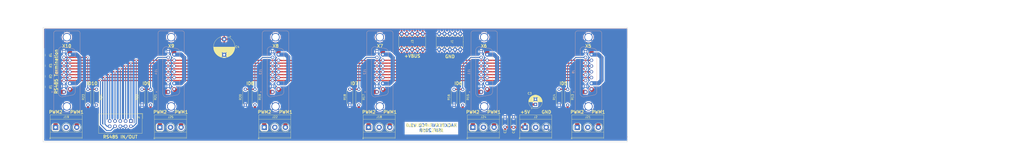
<source format=kicad_pcb>
(kicad_pcb (version 20171130) (host pcbnew "(5.0.0-rc2-dev-444-g2974a2c10)")
  (layers (0 F.Cu signal) (31 B.Cu signal) (34 B.Paste user) (35 F.Paste user) (36 B.SilkS user) (37 F.SilkS user) (38 B.Mask user) (39 F.Mask user) (44 Edge.Cuts user))
  (net 0 "")
  (net 1 /RESET_A)
  (net 2 /RESET_B)
  (net 3 /SYNC_A)
  (net 4 /SYNC_B)
  (net 5 /TX_A)
  (net 6 /TX_B)
  (net 7 /RX_A)
  (net 8 /RX_B)
  (net 9 GND)
  (net 10 +15V)
  (net 11 "Net-(J2-Pad2)")
  (net 12 +5V)
  (net 13 /PWMO2_5)
  (net 14 /ID_5)
  (net 15 /PWMO1_5)
  (net 16 /PWMO1_6)
  (net 17 /ID_6)
  (net 18 /PWMO2_6)
  (net 19 /PWMO2_7)
  (net 20 /ID_7)
  (net 21 /PWMO1_7)
  (net 22 /PWMO1_8)
  (net 23 /ID_8)
  (net 24 /PWMO2_8)
  (net 25 /PWMO2_9)
  (net 26 /ID_9)
  (net 27 /PWMO1_9)
  (net 28 /PWMO2_10)
  (net 29 /ID_10)
  (net 30 /PWMO1_10)
  (net 31 "Net-(J18-Pad2)")
  (net 32 "Net-(J19-Pad2)")
  (net 33 "Net-(J21-Pad2)")
  (net 34 "Net-(J22-Pad2)")
  (net 35 "Net-(J24-Pad2)")
  (net 36 "Net-(J25-Pad2)")
  (module Package_DIP:DIP-10_W7.62mm (layer F.Cu) (at 260 179 270)
    (fp_text reference J1 (at 3.81 4 270) (layer F.SilkS))
    (fp_text value PowerBug_GND)
    (pad 1 thru_hole oval (at 0 0 270) (size 2.4 1.6) (drill 1) (layers *.Cu *.Mask) (net 9 GND))
    (pad 6 thru_hole oval (at 7.62 10.16 270) (size 2.4 1.6) (drill 1) (layers *.Cu *.Mask) (net 9 GND))
    (pad 2 thru_hole oval (at 0 2.54 270) (size 2.4 1.6) (drill 1) (layers *.Cu *.Mask) (net 9 GND))
    (pad 7 thru_hole oval (at 7.62 7.62 270) (size 2.4 1.6) (drill 1) (layers *.Cu *.Mask) (net 9 GND))
    (pad 3 thru_hole oval (at 0 5.08 270) (size 2.4 1.6) (drill 1) (layers *.Cu *.Mask) (net 9 GND))
    (pad 8 thru_hole oval (at 7.62 5.08 270) (size 2.4 1.6) (drill 1) (layers *.Cu *.Mask) (net 9 GND))
    (pad 4 thru_hole oval (at 0 7.62 270) (size 2.4 1.6) (drill 1) (layers *.Cu *.Mask) (net 9 GND))
    (pad 9 thru_hole oval (at 7.62 2.54 270) (size 2.4 1.6) (drill 1) (layers *.Cu *.Mask) (net 9 GND))
    (pad 5 thru_hole oval (at 0 10.16 270) (size 2.4 1.6) (drill 1) (layers *.Cu *.Mask) (net 9 GND))
    (pad 10 thru_hole oval (at 7.62 0 270) (size 2.4 1.6) (drill 1) (layers *.Cu *.Mask) (net 9 GND))
  )
  (module Package_DIP:DIP-10_W7.62mm (layer F.Cu) (at 242 179 270)
    (fp_text reference J3 (at 3.81 5 270) (layer F.SilkS))
    (fp_text value PowerBug+17V)
    (pad 10 thru_hole oval (at 7.62 0 270) (size 2.4 1.6) (drill 1) (layers *.Cu *.Mask) (net 10 +15V))
    (pad 5 thru_hole oval (at 0 10.16 270) (size 2.4 1.6) (drill 1) (layers *.Cu *.Mask) (net 10 +15V))
    (pad 9 thru_hole oval (at 7.62 2.54 270) (size 2.4 1.6) (drill 1) (layers *.Cu *.Mask) (net 10 +15V))
    (pad 4 thru_hole oval (at 0 7.62 270) (size 2.4 1.6) (drill 1) (layers *.Cu *.Mask) (net 10 +15V))
    (pad 8 thru_hole oval (at 7.62 5.08 270) (size 2.4 1.6) (drill 1) (layers *.Cu *.Mask) (net 10 +15V))
    (pad 3 thru_hole oval (at 0 5.08 270) (size 2.4 1.6) (drill 1) (layers *.Cu *.Mask) (net 10 +15V))
    (pad 7 thru_hole oval (at 7.62 7.62 270) (size 2.4 1.6) (drill 1) (layers *.Cu *.Mask) (net 10 +15V))
    (pad 2 thru_hole oval (at 0 2.54 270) (size 2.4 1.6) (drill 1) (layers *.Cu *.Mask) (net 10 +15V))
    (pad 6 thru_hole oval (at 7.62 10.16 270) (size 2.4 1.6) (drill 1) (layers *.Cu *.Mask) (net 10 +15V))
    (pad 1 thru_hole oval (at 0 0 270) (size 2.4 1.6) (drill 1) (layers *.Cu *.Mask) (net 10 +15V))
  )
  (module Connector_Dsub:DSUB-15_Female_Vertical_P2.77x2.84mm_MountingHoles (layer B.Cu) (at 70 207 270)
    (fp_text reference J15 (at -9.7024 3.5282 270) (layer B.SilkS) (effects (justify mirror)))
    (fp_text value DB15_Female_MountingHoles)
    (pad 1 thru_hole rect (at 0 0 270) (size 1.6 1.6) (drill 1) (layers *.Cu *.Mask) (net 28 /PWMO2_10))
    (pad 2 thru_hole circle (at -2.77 0 270) (size 1.6 1.6) (drill 1) (layers *.Cu *.Mask) (net 9 GND))
    (pad 3 thru_hole circle (at -5.54 0 270) (size 1.6 1.6) (drill 1) (layers *.Cu *.Mask) (net 8 /RX_B))
    (pad 4 thru_hole circle (at -8.31 0 270) (size 1.6 1.6) (drill 1) (layers *.Cu *.Mask) (net 6 /TX_B))
    (pad 5 thru_hole circle (at -11.08 0 270) (size 1.6 1.6) (drill 1) (layers *.Cu *.Mask) (net 4 /SYNC_B))
    (pad 6 thru_hole circle (at -13.85 0 270) (size 1.6 1.6) (drill 1) (layers *.Cu *.Mask) (net 2 /RESET_B))
    (pad 7 thru_hole circle (at -16.62 0 270) (size 1.6 1.6) (drill 1) (layers *.Cu *.Mask) (net 29 /ID_10))
    (pad 8 thru_hole circle (at -19.39 0 270) (size 1.6 1.6) (drill 1) (layers *.Cu *.Mask) (net 9 GND))
    (pad 9 thru_hole circle (at -1.385 -2.84 270) (size 1.6 1.6) (drill 1) (layers *.Cu *.Mask) (net 30 /PWMO1_10))
    (pad 10 thru_hole circle (at -4.155 -2.84 270) (size 1.6 1.6) (drill 1) (layers *.Cu *.Mask) (net 10 +15V))
    (pad 11 thru_hole circle (at -6.925 -2.84 270) (size 1.6 1.6) (drill 1) (layers *.Cu *.Mask) (net 7 /RX_A))
    (pad 12 thru_hole circle (at -9.695 -2.84 270) (size 1.6 1.6) (drill 1) (layers *.Cu *.Mask) (net 5 /TX_A))
    (pad 13 thru_hole circle (at -12.465 -2.84 270) (size 1.6 1.6) (drill 1) (layers *.Cu *.Mask) (net 3 /SYNC_A))
    (pad 14 thru_hole circle (at -15.235 -2.84 270) (size 1.6 1.6) (drill 1) (layers *.Cu *.Mask) (net 1 /RESET_A))
    (pad 15 thru_hole circle (at -18.005 -2.84 270) (size 1.6 1.6) (drill 1) (layers *.Cu *.Mask) (net 10 +15V))
    (pad 0 thru_hole circle (at -26.345 -1.42 270) (size 4 4) (drill 3.2) (layers *.Cu *.Mask) (net 9 GND))
    (pad 0 thru_hole circle (at 6.955 -1.42 270) (size 4 4) (drill 3.2) (layers *.Cu *.Mask) (net 9 GND))
  )
  (module TerminalBlock_Phoenix:TerminalBlock_Phoenix_MKDS-3-3-5.08_1x03_P5.08mm_Horizontal (layer F.Cu) (at 291 224)
    (fp_text reference J2 (at 5.08 -4.946) (layer F.SilkS))
    (fp_text value Conn_01x03)
    (pad 3 thru_hole circle (at 10.16 0) (size 2.6 2.6) (drill 1.3) (layers *.Cu *.Mask) (net 9 GND))
    (pad 2 thru_hole circle (at 5.08 0) (size 2.6 2.6) (drill 1.3) (layers *.Cu *.Mask) (net 11 "Net-(J2-Pad2)"))
    (pad 1 thru_hole rect (at 0 0) (size 2.6 2.6) (drill 1.3) (layers *.Cu *.Mask) (net 12 +5V))
  )
  (module Connector_IDC:IDC-Header_2x05_P2.54mm_Vertical (layer F.Cu) (at 102.108 220.98 270)
    (fp_text reference J4 (at -1.73 -3.556) (layer F.SilkS))
    (fp_text value Conn_02x05_Odd_Even)
    (pad 1 thru_hole rect (at 0 0 270) (size 1.7272 1.7272) (drill 1.016) (layers *.Cu *.Mask) (net 2 /RESET_B))
    (pad 2 thru_hole oval (at 2.54 0 270) (size 1.7272 1.7272) (drill 1.016) (layers *.Cu *.Mask) (net 1 /RESET_A))
    (pad 3 thru_hole oval (at 0 2.54 270) (size 1.7272 1.7272) (drill 1.016) (layers *.Cu *.Mask) (net 3 /SYNC_A))
    (pad 4 thru_hole oval (at 2.54 2.54 270) (size 1.7272 1.7272) (drill 1.016) (layers *.Cu *.Mask) (net 9 GND))
    (pad 5 thru_hole oval (at 0 5.08 270) (size 1.7272 1.7272) (drill 1.016) (layers *.Cu *.Mask) (net 4 /SYNC_B))
    (pad 6 thru_hole oval (at 2.54 5.08 270) (size 1.7272 1.7272) (drill 1.016) (layers *.Cu *.Mask) (net 9 GND))
    (pad 7 thru_hole oval (at 0 7.62 270) (size 1.7272 1.7272) (drill 1.016) (layers *.Cu *.Mask) (net 5 /TX_A))
    (pad 8 thru_hole oval (at 2.54 7.62 270) (size 1.7272 1.7272) (drill 1.016) (layers *.Cu *.Mask) (net 8 /RX_B))
    (pad 9 thru_hole oval (at 0 10.16 270) (size 1.7272 1.7272) (drill 1.016) (layers *.Cu *.Mask) (net 6 /TX_B))
    (pad 10 thru_hole oval (at 2.54 10.16 270) (size 1.7272 1.7272) (drill 1.016) (layers *.Cu *.Mask) (net 7 /RX_A))
  )
  (module Connector_Dsub:DSUB-15_Female_Vertical_P2.77x2.84mm_MountingHoles (layer B.Cu) (at 320 207 270)
    (fp_text reference J9 (at -9.695 5.89 270) (layer B.SilkS) (effects (justify mirror)))
    (fp_text value DB15_Female_MountingHoles)
    (pad 1 thru_hole rect (at 0 0 270) (size 1.6 1.6) (drill 1) (layers *.Cu *.Mask) (net 13 /PWMO2_5))
    (pad 2 thru_hole circle (at -2.77 0 270) (size 1.6 1.6) (drill 1) (layers *.Cu *.Mask) (net 9 GND))
    (pad 3 thru_hole circle (at -5.54 0 270) (size 1.6 1.6) (drill 1) (layers *.Cu *.Mask) (net 8 /RX_B))
    (pad 4 thru_hole circle (at -8.31 0 270) (size 1.6 1.6) (drill 1) (layers *.Cu *.Mask) (net 6 /TX_B))
    (pad 5 thru_hole circle (at -11.08 0 270) (size 1.6 1.6) (drill 1) (layers *.Cu *.Mask) (net 4 /SYNC_B))
    (pad 6 thru_hole circle (at -13.85 0 270) (size 1.6 1.6) (drill 1) (layers *.Cu *.Mask) (net 2 /RESET_B))
    (pad 7 thru_hole circle (at -16.62 0 270) (size 1.6 1.6) (drill 1) (layers *.Cu *.Mask) (net 14 /ID_5))
    (pad 8 thru_hole circle (at -19.39 0 270) (size 1.6 1.6) (drill 1) (layers *.Cu *.Mask) (net 9 GND))
    (pad 9 thru_hole circle (at -1.385 -2.84 270) (size 1.6 1.6) (drill 1) (layers *.Cu *.Mask) (net 15 /PWMO1_5))
    (pad 10 thru_hole circle (at -4.155 -2.84 270) (size 1.6 1.6) (drill 1) (layers *.Cu *.Mask) (net 10 +15V))
    (pad 11 thru_hole circle (at -6.925 -2.84 270) (size 1.6 1.6) (drill 1) (layers *.Cu *.Mask) (net 7 /RX_A))
    (pad 12 thru_hole circle (at -9.695 -2.84 270) (size 1.6 1.6) (drill 1) (layers *.Cu *.Mask) (net 5 /TX_A))
    (pad 13 thru_hole circle (at -12.465 -2.84 270) (size 1.6 1.6) (drill 1) (layers *.Cu *.Mask) (net 3 /SYNC_A))
    (pad 14 thru_hole circle (at -15.235 -2.84 270) (size 1.6 1.6) (drill 1) (layers *.Cu *.Mask) (net 1 /RESET_A))
    (pad 15 thru_hole circle (at -18.005 -2.84 270) (size 1.6 1.6) (drill 1) (layers *.Cu *.Mask) (net 10 +15V))
    (pad 0 thru_hole circle (at -26.345 -1.42 270) (size 4 4) (drill 3.2) (layers *.Cu *.Mask) (net 9 GND))
    (pad 0 thru_hole circle (at 6.955 -1.42 270) (size 4 4) (drill 3.2) (layers *.Cu *.Mask) (net 9 GND))
  )
  (module Connector_Dsub:DSUB-15_Female_Vertical_P2.77x2.84mm_MountingHoles (layer B.Cu) (at 270 207 270)
    (fp_text reference J11 (at -9.695 5.89 270) (layer B.SilkS) (effects (justify mirror)))
    (fp_text value DB15_Female_MountingHoles)
    (pad 0 thru_hole circle (at 6.955 -1.42 270) (size 4 4) (drill 3.2) (layers *.Cu *.Mask) (net 9 GND))
    (pad 0 thru_hole circle (at -26.345 -1.42 270) (size 4 4) (drill 3.2) (layers *.Cu *.Mask) (net 9 GND))
    (pad 15 thru_hole circle (at -18.005 -2.84 270) (size 1.6 1.6) (drill 1) (layers *.Cu *.Mask) (net 10 +15V))
    (pad 14 thru_hole circle (at -15.235 -2.84 270) (size 1.6 1.6) (drill 1) (layers *.Cu *.Mask) (net 1 /RESET_A))
    (pad 13 thru_hole circle (at -12.465 -2.84 270) (size 1.6 1.6) (drill 1) (layers *.Cu *.Mask) (net 3 /SYNC_A))
    (pad 12 thru_hole circle (at -9.695 -2.84 270) (size 1.6 1.6) (drill 1) (layers *.Cu *.Mask) (net 5 /TX_A))
    (pad 11 thru_hole circle (at -6.925 -2.84 270) (size 1.6 1.6) (drill 1) (layers *.Cu *.Mask) (net 7 /RX_A))
    (pad 10 thru_hole circle (at -4.155 -2.84 270) (size 1.6 1.6) (drill 1) (layers *.Cu *.Mask) (net 10 +15V))
    (pad 9 thru_hole circle (at -1.385 -2.84 270) (size 1.6 1.6) (drill 1) (layers *.Cu *.Mask) (net 16 /PWMO1_6))
    (pad 8 thru_hole circle (at -19.39 0 270) (size 1.6 1.6) (drill 1) (layers *.Cu *.Mask) (net 9 GND))
    (pad 7 thru_hole circle (at -16.62 0 270) (size 1.6 1.6) (drill 1) (layers *.Cu *.Mask) (net 17 /ID_6))
    (pad 6 thru_hole circle (at -13.85 0 270) (size 1.6 1.6) (drill 1) (layers *.Cu *.Mask) (net 2 /RESET_B))
    (pad 5 thru_hole circle (at -11.08 0 270) (size 1.6 1.6) (drill 1) (layers *.Cu *.Mask) (net 4 /SYNC_B))
    (pad 4 thru_hole circle (at -8.31 0 270) (size 1.6 1.6) (drill 1) (layers *.Cu *.Mask) (net 6 /TX_B))
    (pad 3 thru_hole circle (at -5.54 0 270) (size 1.6 1.6) (drill 1) (layers *.Cu *.Mask) (net 8 /RX_B))
    (pad 2 thru_hole circle (at -2.77 0 270) (size 1.6 1.6) (drill 1) (layers *.Cu *.Mask) (net 9 GND))
    (pad 1 thru_hole rect (at 0 0 270) (size 1.6 1.6) (drill 1) (layers *.Cu *.Mask) (net 18 /PWMO2_6))
  )
  (module Connector_Dsub:DSUB-15_Female_Vertical_P2.77x2.84mm_MountingHoles (layer B.Cu) (at 220 207 270)
    (fp_text reference J12 (at -9.695 5.89 270) (layer B.SilkS) (effects (justify mirror)))
    (fp_text value DB15_Female_MountingHoles)
    (pad 1 thru_hole rect (at 0 0 270) (size 1.6 1.6) (drill 1) (layers *.Cu *.Mask) (net 19 /PWMO2_7))
    (pad 2 thru_hole circle (at -2.77 0 270) (size 1.6 1.6) (drill 1) (layers *.Cu *.Mask) (net 9 GND))
    (pad 3 thru_hole circle (at -5.54 0 270) (size 1.6 1.6) (drill 1) (layers *.Cu *.Mask) (net 8 /RX_B))
    (pad 4 thru_hole circle (at -8.31 0 270) (size 1.6 1.6) (drill 1) (layers *.Cu *.Mask) (net 6 /TX_B))
    (pad 5 thru_hole circle (at -11.08 0 270) (size 1.6 1.6) (drill 1) (layers *.Cu *.Mask) (net 4 /SYNC_B))
    (pad 6 thru_hole circle (at -13.85 0 270) (size 1.6 1.6) (drill 1) (layers *.Cu *.Mask) (net 2 /RESET_B))
    (pad 7 thru_hole circle (at -16.62 0 270) (size 1.6 1.6) (drill 1) (layers *.Cu *.Mask) (net 20 /ID_7))
    (pad 8 thru_hole circle (at -19.39 0 270) (size 1.6 1.6) (drill 1) (layers *.Cu *.Mask) (net 9 GND))
    (pad 9 thru_hole circle (at -1.385 -2.84 270) (size 1.6 1.6) (drill 1) (layers *.Cu *.Mask) (net 21 /PWMO1_7))
    (pad 10 thru_hole circle (at -4.155 -2.84 270) (size 1.6 1.6) (drill 1) (layers *.Cu *.Mask) (net 10 +15V))
    (pad 11 thru_hole circle (at -6.925 -2.84 270) (size 1.6 1.6) (drill 1) (layers *.Cu *.Mask) (net 7 /RX_A))
    (pad 12 thru_hole circle (at -9.695 -2.84 270) (size 1.6 1.6) (drill 1) (layers *.Cu *.Mask) (net 5 /TX_A))
    (pad 13 thru_hole circle (at -12.465 -2.84 270) (size 1.6 1.6) (drill 1) (layers *.Cu *.Mask) (net 3 /SYNC_A))
    (pad 14 thru_hole circle (at -15.235 -2.84 270) (size 1.6 1.6) (drill 1) (layers *.Cu *.Mask) (net 1 /RESET_A))
    (pad 15 thru_hole circle (at -18.005 -2.84 270) (size 1.6 1.6) (drill 1) (layers *.Cu *.Mask) (net 10 +15V))
    (pad 0 thru_hole circle (at -26.345 -1.42 270) (size 4 4) (drill 3.2) (layers *.Cu *.Mask) (net 9 GND))
    (pad 0 thru_hole circle (at 6.955 -1.42 270) (size 4 4) (drill 3.2) (layers *.Cu *.Mask) (net 9 GND))
  )
  (module Connector_Dsub:DSUB-15_Female_Vertical_P2.77x2.84mm_MountingHoles (layer B.Cu) (at 170 207 270)
    (fp_text reference J13 (at -9.695 5.89 270) (layer B.SilkS) (effects (justify mirror)))
    (fp_text value DB15_Female_MountingHoles)
    (pad 0 thru_hole circle (at 6.955 -1.42 270) (size 4 4) (drill 3.2) (layers *.Cu *.Mask) (net 9 GND))
    (pad 0 thru_hole circle (at -26.345 -1.42 270) (size 4 4) (drill 3.2) (layers *.Cu *.Mask) (net 9 GND))
    (pad 15 thru_hole circle (at -18.005 -2.84 270) (size 1.6 1.6) (drill 1) (layers *.Cu *.Mask) (net 10 +15V))
    (pad 14 thru_hole circle (at -15.235 -2.84 270) (size 1.6 1.6) (drill 1) (layers *.Cu *.Mask) (net 1 /RESET_A))
    (pad 13 thru_hole circle (at -12.465 -2.84 270) (size 1.6 1.6) (drill 1) (layers *.Cu *.Mask) (net 3 /SYNC_A))
    (pad 12 thru_hole circle (at -9.695 -2.84 270) (size 1.6 1.6) (drill 1) (layers *.Cu *.Mask) (net 5 /TX_A))
    (pad 11 thru_hole circle (at -6.925 -2.84 270) (size 1.6 1.6) (drill 1) (layers *.Cu *.Mask) (net 7 /RX_A))
    (pad 10 thru_hole circle (at -4.155 -2.84 270) (size 1.6 1.6) (drill 1) (layers *.Cu *.Mask) (net 10 +15V))
    (pad 9 thru_hole circle (at -1.385 -2.84 270) (size 1.6 1.6) (drill 1) (layers *.Cu *.Mask) (net 22 /PWMO1_8))
    (pad 8 thru_hole circle (at -19.39 0 270) (size 1.6 1.6) (drill 1) (layers *.Cu *.Mask) (net 9 GND))
    (pad 7 thru_hole circle (at -16.62 0 270) (size 1.6 1.6) (drill 1) (layers *.Cu *.Mask) (net 23 /ID_8))
    (pad 6 thru_hole circle (at -13.85 0 270) (size 1.6 1.6) (drill 1) (layers *.Cu *.Mask) (net 2 /RESET_B))
    (pad 5 thru_hole circle (at -11.08 0 270) (size 1.6 1.6) (drill 1) (layers *.Cu *.Mask) (net 4 /SYNC_B))
    (pad 4 thru_hole circle (at -8.31 0 270) (size 1.6 1.6) (drill 1) (layers *.Cu *.Mask) (net 6 /TX_B))
    (pad 3 thru_hole circle (at -5.54 0 270) (size 1.6 1.6) (drill 1) (layers *.Cu *.Mask) (net 8 /RX_B))
    (pad 2 thru_hole circle (at -2.77 0 270) (size 1.6 1.6) (drill 1) (layers *.Cu *.Mask) (net 9 GND))
    (pad 1 thru_hole rect (at 0 0 270) (size 1.6 1.6) (drill 1) (layers *.Cu *.Mask) (net 24 /PWMO2_8))
  )
  (module Connector_Dsub:DSUB-15_Female_Vertical_P2.77x2.84mm_MountingHoles (layer B.Cu) (at 120 207 270)
    (fp_text reference J14 (at -9.695 5.89 270) (layer B.SilkS) (effects (justify mirror)))
    (fp_text value DB15_Female_MountingHoles)
    (pad 1 thru_hole rect (at 0 0 270) (size 1.6 1.6) (drill 1) (layers *.Cu *.Mask) (net 25 /PWMO2_9))
    (pad 2 thru_hole circle (at -2.77 0 270) (size 1.6 1.6) (drill 1) (layers *.Cu *.Mask) (net 9 GND))
    (pad 3 thru_hole circle (at -5.54 0 270) (size 1.6 1.6) (drill 1) (layers *.Cu *.Mask) (net 8 /RX_B))
    (pad 4 thru_hole circle (at -8.31 0 270) (size 1.6 1.6) (drill 1) (layers *.Cu *.Mask) (net 6 /TX_B))
    (pad 5 thru_hole circle (at -11.08 0 270) (size 1.6 1.6) (drill 1) (layers *.Cu *.Mask) (net 4 /SYNC_B))
    (pad 6 thru_hole circle (at -13.85 0 270) (size 1.6 1.6) (drill 1) (layers *.Cu *.Mask) (net 2 /RESET_B))
    (pad 7 thru_hole circle (at -16.62 0 270) (size 1.6 1.6) (drill 1) (layers *.Cu *.Mask) (net 26 /ID_9))
    (pad 8 thru_hole circle (at -19.39 0 270) (size 1.6 1.6) (drill 1) (layers *.Cu *.Mask) (net 9 GND))
    (pad 9 thru_hole circle (at -1.385 -2.84 270) (size 1.6 1.6) (drill 1) (layers *.Cu *.Mask) (net 27 /PWMO1_9))
    (pad 10 thru_hole circle (at -4.155 -2.84 270) (size 1.6 1.6) (drill 1) (layers *.Cu *.Mask) (net 10 +15V))
    (pad 11 thru_hole circle (at -6.925 -2.84 270) (size 1.6 1.6) (drill 1) (layers *.Cu *.Mask) (net 7 /RX_A))
    (pad 12 thru_hole circle (at -9.695 -2.84 270) (size 1.6 1.6) (drill 1) (layers *.Cu *.Mask) (net 5 /TX_A))
    (pad 13 thru_hole circle (at -12.465 -2.84 270) (size 1.6 1.6) (drill 1) (layers *.Cu *.Mask) (net 3 /SYNC_A))
    (pad 14 thru_hole circle (at -15.235 -2.84 270) (size 1.6 1.6) (drill 1) (layers *.Cu *.Mask) (net 1 /RESET_A))
    (pad 15 thru_hole circle (at -18.005 -2.84 270) (size 1.6 1.6) (drill 1) (layers *.Cu *.Mask) (net 10 +15V))
    (pad 0 thru_hole circle (at -26.345 -1.42 270) (size 4 4) (drill 3.2) (layers *.Cu *.Mask) (net 9 GND))
    (pad 0 thru_hole circle (at 6.955 -1.42 270) (size 4 4) (drill 3.2) (layers *.Cu *.Mask) (net 9 GND))
  )
  (module TerminalBlock_Phoenix:TerminalBlock_Phoenix_MKDS-3-3-5.08_1x03_P5.08mm_Horizontal (layer F.Cu) (at 216 224)
    (fp_text reference J18 (at 5.08 -4.946) (layer F.SilkS))
    (fp_text value Conn_01x03)
    (pad 1 thru_hole rect (at 0 0) (size 2.6 2.6) (drill 1.3) (layers *.Cu *.Mask) (net 19 /PWMO2_7))
    (pad 2 thru_hole circle (at 5.08 0) (size 2.6 2.6) (drill 1.3) (layers *.Cu *.Mask) (net 31 "Net-(J18-Pad2)"))
    (pad 3 thru_hole circle (at 10.16 0) (size 2.6 2.6) (drill 1.3) (layers *.Cu *.Mask) (net 21 /PWMO1_7))
  )
  (module TerminalBlock_Phoenix:TerminalBlock_Phoenix_MKDS-3-3-5.08_1x03_P5.08mm_Horizontal (layer F.Cu) (at 66 224)
    (fp_text reference J19 (at 5.08 -4.946) (layer F.SilkS))
    (fp_text value Conn_01x03)
    (pad 1 thru_hole rect (at 0 0) (size 2.6 2.6) (drill 1.3) (layers *.Cu *.Mask) (net 28 /PWMO2_10))
    (pad 2 thru_hole circle (at 5.08 0) (size 2.6 2.6) (drill 1.3) (layers *.Cu *.Mask) (net 32 "Net-(J19-Pad2)"))
    (pad 3 thru_hole circle (at 10.16 0) (size 2.6 2.6) (drill 1.3) (layers *.Cu *.Mask) (net 30 /PWMO1_10))
  )
  (module TerminalBlock_Phoenix:TerminalBlock_Phoenix_MKDS-3-3-5.08_1x03_P5.08mm_Horizontal (layer F.Cu) (at 316 224)
    (fp_text reference J21 (at 5.08 -4.946) (layer F.SilkS))
    (fp_text value Conn_01x03)
    (pad 1 thru_hole rect (at 0 0) (size 2.6 2.6) (drill 1.3) (layers *.Cu *.Mask) (net 13 /PWMO2_5))
    (pad 2 thru_hole circle (at 5.08 0) (size 2.6 2.6) (drill 1.3) (layers *.Cu *.Mask) (net 33 "Net-(J21-Pad2)"))
    (pad 3 thru_hole circle (at 10.16 0) (size 2.6 2.6) (drill 1.3) (layers *.Cu *.Mask) (net 15 /PWMO1_5))
  )
  (module TerminalBlock_Phoenix:TerminalBlock_Phoenix_MKDS-3-3-5.08_1x03_P5.08mm_Horizontal (layer F.Cu) (at 166 224)
    (fp_text reference J22 (at 5.08 -4.946) (layer F.SilkS))
    (fp_text value Conn_01x03)
    (pad 1 thru_hole rect (at 0 0) (size 2.6 2.6) (drill 1.3) (layers *.Cu *.Mask) (net 24 /PWMO2_8))
    (pad 2 thru_hole circle (at 5.08 0) (size 2.6 2.6) (drill 1.3) (layers *.Cu *.Mask) (net 34 "Net-(J22-Pad2)"))
    (pad 3 thru_hole circle (at 10.16 0) (size 2.6 2.6) (drill 1.3) (layers *.Cu *.Mask) (net 22 /PWMO1_8))
  )
  (module TerminalBlock_Phoenix:TerminalBlock_Phoenix_MKDS-3-3-5.08_1x03_P5.08mm_Horizontal (layer F.Cu) (at 266 224)
    (fp_text reference J24 (at 5.08 -4.946) (layer F.SilkS))
    (fp_text value Conn_01x03)
    (pad 3 thru_hole circle (at 10.16 0) (size 2.6 2.6) (drill 1.3) (layers *.Cu *.Mask) (net 16 /PWMO1_6))
    (pad 2 thru_hole circle (at 5.08 0) (size 2.6 2.6) (drill 1.3) (layers *.Cu *.Mask) (net 35 "Net-(J24-Pad2)"))
    (pad 1 thru_hole rect (at 0 0) (size 2.6 2.6) (drill 1.3) (layers *.Cu *.Mask) (net 18 /PWMO2_6))
  )
  (module TerminalBlock_Phoenix:TerminalBlock_Phoenix_MKDS-3-3-5.08_1x03_P5.08mm_Horizontal (layer F.Cu) (at 116 224)
    (fp_text reference J25 (at 5.158 -4.946) (layer F.SilkS))
    (fp_text value Conn_01x03)
    (pad 3 thru_hole circle (at 10.16 0) (size 2.6 2.6) (drill 1.3) (layers *.Cu *.Mask) (net 27 /PWMO1_9))
    (pad 2 thru_hole circle (at 5.08 0) (size 2.6 2.6) (drill 1.3) (layers *.Cu *.Mask) (net 36 "Net-(J25-Pad2)"))
    (pad 1 thru_hole rect (at 0 0) (size 2.6 2.6) (drill 1.3) (layers *.Cu *.Mask) (net 25 /PWMO2_9))
  )
  (module Resistor_THT:R_Axial_DIN0207_L6.3mm_D2.5mm_P7.62mm_Horizontal (layer F.Cu) (at 311.404 205.694 270)
    (fp_text reference R13 (at 3.81 -2.37 270) (layer F.SilkS))
    (fp_text value R)
    (pad 2 thru_hole oval (at 7.62 0 270) (size 1.6 1.6) (drill 0.8) (layers *.Cu *.Mask) (net 12 +5V))
    (pad 1 thru_hole circle (at 0 0 270) (size 1.6 1.6) (drill 0.8) (layers *.Cu *.Mask) (net 14 /ID_5))
  )
  (module Resistor_THT:R_Axial_DIN0207_L6.3mm_D2.5mm_P7.62mm_Horizontal (layer F.Cu) (at 307.34 213.314 90)
    (fp_text reference R14 (at 3.81 -2.37 90) (layer F.SilkS))
    (fp_text value R)
    (pad 2 thru_hole oval (at 7.62 0 90) (size 1.6 1.6) (drill 0.8) (layers *.Cu *.Mask) (net 14 /ID_5))
    (pad 1 thru_hole circle (at 0 0 90) (size 1.6 1.6) (drill 0.8) (layers *.Cu *.Mask) (net 9 GND))
  )
  (module Resistor_THT:R_Axial_DIN0207_L6.3mm_D2.5mm_P7.62mm_Horizontal (layer F.Cu) (at 261.112 205.74 270)
    (fp_text reference R15 (at 3.81 -2.54 270) (layer F.SilkS))
    (fp_text value R)
    (pad 1 thru_hole circle (at 0 0 270) (size 1.6 1.6) (drill 0.8) (layers *.Cu *.Mask) (net 17 /ID_6))
    (pad 2 thru_hole oval (at 7.62 0 270) (size 1.6 1.6) (drill 0.8) (layers *.Cu *.Mask) (net 12 +5V))
  )
  (module Resistor_THT:R_Axial_DIN0207_L6.3mm_D2.5mm_P7.62mm_Horizontal (layer F.Cu) (at 257 213.36 90)
    (fp_text reference R16 (at 3.81 -2.54 90) (layer F.SilkS))
    (fp_text value R)
    (pad 2 thru_hole oval (at 7.62 0 90) (size 1.6 1.6) (drill 0.8) (layers *.Cu *.Mask) (net 17 /ID_6))
    (pad 1 thru_hole circle (at 0 0 90) (size 1.6 1.6) (drill 0.8) (layers *.Cu *.Mask) (net 9 GND))
  )
  (module Resistor_THT:R_Axial_DIN0207_L6.3mm_D2.5mm_P7.62mm_Horizontal (layer F.Cu) (at 211.328 205.694 270)
    (fp_text reference R17 (at 3.81 -2.37 270) (layer F.SilkS))
    (fp_text value R)
    (pad 1 thru_hole circle (at 0 0 270) (size 1.6 1.6) (drill 0.8) (layers *.Cu *.Mask) (net 20 /ID_7))
    (pad 2 thru_hole oval (at 7.62 0 270) (size 1.6 1.6) (drill 0.8) (layers *.Cu *.Mask) (net 12 +5V))
  )
  (module Resistor_THT:R_Axial_DIN0207_L6.3mm_D2.5mm_P7.62mm_Horizontal (layer F.Cu) (at 207.01 213.314 90)
    (fp_text reference R18 (at 3.81 -2.37 90) (layer F.SilkS))
    (fp_text value R)
    (pad 1 thru_hole circle (at 0 0 90) (size 1.6 1.6) (drill 0.8) (layers *.Cu *.Mask) (net 9 GND))
    (pad 2 thru_hole oval (at 7.62 0 90) (size 1.6 1.6) (drill 0.8) (layers *.Cu *.Mask) (net 20 /ID_7))
  )
  (module Resistor_THT:R_Axial_DIN0207_L6.3mm_D2.5mm_P7.62mm_Horizontal (layer F.Cu) (at 161.544 205.694 270)
    (fp_text reference R19 (at 3.81 -2.37 270) (layer F.SilkS))
    (fp_text value R)
    (pad 2 thru_hole oval (at 7.62 0 270) (size 1.6 1.6) (drill 0.8) (layers *.Cu *.Mask) (net 12 +5V))
    (pad 1 thru_hole circle (at 0 0 270) (size 1.6 1.6) (drill 0.8) (layers *.Cu *.Mask) (net 23 /ID_8))
  )
  (module Resistor_THT:R_Axial_DIN0207_L6.3mm_D2.5mm_P7.62mm_Horizontal (layer F.Cu) (at 156.972 213.314 90)
    (fp_text reference R20 (at 3.81 -2.37 90) (layer F.SilkS))
    (fp_text value R)
    (pad 1 thru_hole circle (at 0 0 90) (size 1.6 1.6) (drill 0.8) (layers *.Cu *.Mask) (net 9 GND))
    (pad 2 thru_hole oval (at 7.62 0 90) (size 1.6 1.6) (drill 0.8) (layers *.Cu *.Mask) (net 23 /ID_8))
  )
  (module Resistor_THT:R_Axial_DIN0207_L6.3mm_D2.5mm_P7.62mm_Horizontal (layer F.Cu) (at 111.506 205.694 270)
    (fp_text reference R21 (at 3.81 -2.37 270) (layer F.SilkS))
    (fp_text value R)
    (pad 2 thru_hole oval (at 7.62 0 270) (size 1.6 1.6) (drill 0.8) (layers *.Cu *.Mask) (net 12 +5V))
    (pad 1 thru_hole circle (at 0 0 270) (size 1.6 1.6) (drill 0.8) (layers *.Cu *.Mask) (net 26 /ID_9))
  )
  (module Resistor_THT:R_Axial_DIN0207_L6.3mm_D2.5mm_P7.62mm_Horizontal (layer F.Cu) (at 107.442 213.314 90)
    (fp_text reference R22 (at 3.81 -2.37 90) (layer F.SilkS))
    (fp_text value R)
    (pad 1 thru_hole circle (at 0 0 90) (size 1.6 1.6) (drill 0.8) (layers *.Cu *.Mask) (net 9 GND))
    (pad 2 thru_hole oval (at 7.62 0 90) (size 1.6 1.6) (drill 0.8) (layers *.Cu *.Mask) (net 26 /ID_9))
  )
  (module Resistor_THT:R_Axial_DIN0207_L6.3mm_D2.5mm_P7.62mm_Horizontal (layer F.Cu) (at 81.534 205.694 270)
    (fp_text reference R23 (at 3.81 2.2925 270) (layer F.SilkS))
    (fp_text value R)
    (pad 2 thru_hole oval (at 7.62 0 270) (size 1.6 1.6) (drill 0.8) (layers *.Cu *.Mask) (net 12 +5V))
    (pad 1 thru_hole circle (at 0 0 270) (size 1.6 1.6) (drill 0.8) (layers *.Cu *.Mask) (net 29 /ID_10))
  )
  (module Resistor_THT:R_Axial_DIN0207_L6.3mm_D2.5mm_P7.62mm_Horizontal (layer F.Cu) (at 85.598 213.314 90)
    (fp_text reference R24 (at 3.81 2.286 90) (layer F.SilkS))
    (fp_text value R)
    (pad 1 thru_hole circle (at 0 0 90) (size 1.6 1.6) (drill 0.8) (layers *.Cu *.Mask) (net 9 GND))
    (pad 2 thru_hole oval (at 7.62 0 90) (size 1.6 1.6) (drill 0.8) (layers *.Cu *.Mask) (net 29 /ID_10))
  )
  (module Capacitor_THT:C_Disc_D5.0mm_W2.5mm_P5.00mm (layer F.Cu) (at 285.496 224 90)
    (fp_text reference C1 (at -2 0 90) (layer F.SilkS))
    (fp_text value 100n)
    (pad 1 thru_hole circle (at 0 0 90) (size 1.6 1.6) (drill 0.8) (layers *.Cu *.Mask) (net 12 +5V))
    (pad 2 thru_hole circle (at 5 0 90) (size 1.6 1.6) (drill 0.8) (layers *.Cu *.Mask) (net 9 GND))
  )
  (module Capacitor_THT:C_Disc_D5.0mm_W2.5mm_P5.00mm (layer F.Cu) (at 281.432 223.948 90)
    (fp_text reference C2 (at -2 0 90) (layer F.SilkS))
    (fp_text value 22u)
    (pad 2 thru_hole circle (at 5 0 90) (size 1.6 1.6) (drill 0.8) (layers *.Cu *.Mask) (net 9 GND))
    (pad 1 thru_hole circle (at 0 0 90) (size 1.6 1.6) (drill 0.8) (layers *.Cu *.Mask) (net 12 +5V))
  )
  (module Capacitor_THT:CP_Radial_D6.3mm_P2.50mm (layer F.Cu) (at 296 213 90)
    (fp_text reference C3 (at 5.294 -2.794 180) (layer F.SilkS))
    (fp_text value 100u)
    (pad 1 thru_hole rect (at 0 0 90) (size 1.6 1.6) (drill 0.8) (layers *.Cu *.Mask) (net 12 +5V))
    (pad 2 thru_hole circle (at 2.5 0 90) (size 1.6 1.6) (drill 0.8) (layers *.Cu *.Mask) (net 9 GND))
  )
  (module Capacitor_THT:CP_Radial_D10.0mm_P7.50mm (layer F.Cu) (at 146.812 181.61 270)
    (fp_text reference C4 (at 3.75 -6.25) (layer F.SilkS))
    (fp_text value 470u)
    (pad 1 thru_hole rect (at 0 0 270) (size 2 2) (drill 1) (layers *.Cu *.Mask) (net 10 +15V))
    (pad 2 thru_hole circle (at 7.5 0 270) (size 2 2) (drill 1) (layers *.Cu *.Mask) (net 9 GND))
  )
  (module Resistor_SMD:R_1206_3216Metric (layer F.Cu) (at 62.008 204.562 90)
    (fp_text reference R1 (at 0 1.778 90) (layer F.SilkS))
    (fp_text value 120E)
    (pad 2 smd rect (at 1.43 0 90) (size 1.22 1.8) (layers F.Cu F.Paste F.Mask) (net 7 /RX_A))
    (pad 1 smd rect (at -1.43 0 90) (size 1.22 1.8) (layers F.Cu F.Paste F.Mask) (net 8 /RX_B))
  )
  (module Resistor_SMD:R_1206_3216Metric (layer F.Cu) (at 62.008 199.482 90)
    (fp_text reference R2 (at 0 1.778 90) (layer F.SilkS))
    (fp_text value 120E)
    (pad 1 smd rect (at -1.43 0 90) (size 1.22 1.8) (layers F.Cu F.Paste F.Mask) (net 6 /TX_B))
    (pad 2 smd rect (at 1.43 0 90) (size 1.22 1.8) (layers F.Cu F.Paste F.Mask) (net 5 /TX_A))
  )
  (module Resistor_SMD:R_1206_3216Metric (layer F.Cu) (at 62.008 194.402 90)
    (fp_text reference R3 (at 0 1.778 90) (layer F.SilkS))
    (fp_text value 120E)
    (pad 2 smd rect (at 1.43 0 90) (size 1.22 1.8) (layers F.Cu F.Paste F.Mask) (net 3 /SYNC_A))
    (pad 1 smd rect (at -1.43 0 90) (size 1.22 1.8) (layers F.Cu F.Paste F.Mask) (net 4 /SYNC_B))
  )
  (module Resistor_SMD:R_1206_3216Metric (layer F.Cu) (at 62.008 189.322 90)
    (fp_text reference R4 (at 0 1.778 90) (layer F.SilkS))
    (fp_text value 120E)
    (pad 1 smd rect (at -1.43 0 90) (size 1.22 1.8) (layers F.Cu F.Paste F.Mask) (net 2 /RESET_B))
    (pad 2 smd rect (at 1.43 0 90) (size 1.22 1.8) (layers F.Cu F.Paste F.Mask) (net 1 /RESET_A))
  )
  (gr_line (start 340 176) (end 340 231) (layer Edge.Cuts) (width 0.15))
  (gr_text "RS485 Termination" (at 66.3 197.2 90) (layer F.SilkS) (effects (font (size 1.5 1.5) (thickness 0.3))))
  (gr_text ID10 (at 83.5 202.9) (layer F.SilkS) (effects (font (size 1.5 1.5) (thickness 0.3))))
  (gr_text ID9 (at 109.5 202.9) (layer F.SilkS) (effects (font (size 1.5 1.5) (thickness 0.3))))
  (gr_text ID8 (at 159.3 202.9) (layer F.SilkS) (effects (font (size 1.5 1.5) (thickness 0.3))))
  (gr_text ID7 (at 209.2 202.9) (layer F.SilkS) (effects (font (size 1.5 1.5) (thickness 0.3))))
  (gr_text ID6 (at 259 202.9) (layer F.SilkS) (effects (font (size 1.5 1.5) (thickness 0.3))))
  (gr_text ID5 (at 309.4 202.9) (layer F.SilkS) (effects (font (size 1.5 1.5) (thickness 0.3))))
  (gr_text "RS485 IN/OUT" (at 97 228.6) (layer F.SilkS) (effects (font (size 1.5 1.5) (thickness 0.3))))
  (gr_text "BACKPLANE PCB V1.0\nJSIF 2018" (at 246.126 224.282) (layer F.SilkS) (effects (font (size 1.5 1.5) (thickness 0.3))))
  (gr_text "BACKPLANE PCB V1.0\nJSIF 2018" (at 246.126 224.282) (layer B.Cu) (effects (font (size 1.5 1.5) (thickness 0.3)) (justify mirror)))
  (gr_text GND (at 255.016 189.992) (layer F.SilkS) (effects (font (size 1.5 1.5) (thickness 0.3))))
  (gr_text +VBUS (at 236.982 189.738) (layer F.SilkS) (effects (font (size 1.5 1.5) (thickness 0.3))))
  (gr_text X10 (at 71.374 184.912) (layer F.SilkS) (effects (font (size 1.5 1.5) (thickness 0.3))))
  (gr_text X9 (at 121.412 184.912) (layer F.SilkS) (effects (font (size 1.5 1.5) (thickness 0.3))))
  (gr_text X8 (at 171.45 184.912) (layer F.SilkS) (effects (font (size 1.5 1.5) (thickness 0.3))))
  (gr_text X7 (at 221.488 184.912) (layer F.SilkS) (effects (font (size 1.5 1.5) (thickness 0.3))))
  (gr_text X6 (at 271.272 184.912) (layer F.SilkS) (effects (font (size 1.5 1.5) (thickness 0.3))))
  (gr_text X5 (at 321.31 184.912) (layer F.SilkS) (effects (font (size 1.5 1.5) (thickness 0.3))))
  (gr_text PWM1 (at 326.136 216.662) (layer F.SilkS) (effects (font (size 1.5 1.5) (thickness 0.3))))
  (gr_text PWM2 (at 315.976 216.662) (layer F.SilkS) (effects (font (size 1.5 1.5) (thickness 0.3))))
  (gr_text PWM1 (at 76.2 216.662) (layer F.SilkS) (effects (font (size 1.5 1.5) (thickness 0.3))))
  (gr_text PWM2 (at 66.04 216.662) (layer F.SilkS) (effects (font (size 1.5 1.5) (thickness 0.3))))
  (gr_text PWM1 (at 126.238 216.662) (layer F.SilkS) (effects (font (size 1.5 1.5) (thickness 0.3))))
  (gr_text PWM2 (at 116.078 216.662) (layer F.SilkS) (effects (font (size 1.5 1.5) (thickness 0.3))))
  (gr_text PWM1 (at 176.276 216.662) (layer F.SilkS) (effects (font (size 1.5 1.5) (thickness 0.3))))
  (gr_text PWM2 (at 166.116 216.662) (layer F.SilkS) (effects (font (size 1.5 1.5) (thickness 0.3))))
  (gr_text PWM1 (at 226.314 216.662) (layer F.SilkS) (effects (font (size 1.5 1.5) (thickness 0.3))))
  (gr_text PWM2 (at 216.154 216.662) (layer F.SilkS) (effects (font (size 1.5 1.5) (thickness 0.3))))
  (gr_text PWM2 (at 265.938 216.662) (layer F.SilkS) (effects (font (size 1.5 1.5) (thickness 0.3))))
  (gr_text PWM1 (at 276.098 216.662) (layer F.SilkS) (effects (font (size 1.5 1.5) (thickness 0.3))))
  (gr_text GND (at 301.244 216.662) (layer F.SilkS) (effects (font (size 1.5 1.5) (thickness 0.3))))
  (gr_text +5V (at 291.084 216.662) (layer F.SilkS) (effects (font (size 1.5 1.5) (thickness 0.3))))
  (gr_line (start 60 231) (end 60 176) (layer Edge.Cuts) (width 0.15))
  (gr_line (start 340 231) (end 60 231) (layer Edge.Cuts) (width 0.15))
  (gr_line (start 60 176) (end 340 176) (layer Edge.Cuts) (width 0.15))
  (segment (start 111.506 205.694) (end 107.442 205.694) (width 0.5) (layer F.Cu) (net 26))
  (segment (start 85.598 205.694) (end 81.534 205.694) (width 0.5) (layer F.Cu) (net 29))
  (segment (start 122.84 191.765) (end 172.84 191.765) (width 0.5) (layer F.Cu) (net 1))
  (segment (start 222.708 191.897) (end 222.84 191.765) (width 0.5) (layer F.Cu) (net 1))
  (segment (start 174.10337 191.897) (end 222.708 191.897) (width 0.5) (layer F.Cu) (net 1))
  (segment (start 173.97137 191.765) (end 174.10337 191.897) (width 0.5) (layer F.Cu) (net 1))
  (segment (start 172.84 191.765) (end 173.97137 191.765) (width 0.5) (layer F.Cu) (net 1))
  (segment (start 270.465002 191.765) (end 272.84 191.765) (width 0.5) (layer F.Cu) (net 1))
  (segment (start 222.84 191.765) (end 270.465002 191.765) (width 0.5) (layer F.Cu) (net 1))
  (segment (start 320.465002 191.765) (end 322.84 191.765) (width 0.5) (layer F.Cu) (net 1))
  (segment (start 272.84 191.765) (end 320.465002 191.765) (width 0.5) (layer F.Cu) (net 1))
  (segment (start 72.84 191.765) (end 101.092 191.765) (width 0.5) (layer F.Cu) (net 1))
  (segment (start 104.648 191.897) (end 104.648 191.765) (width 0.5) (layer B.Cu) (net 1))
  (segment (start 104.648 191.765) (end 122.84 191.765) (width 0.5) (layer F.Cu) (net 1))
  (segment (start 101.092 191.765) (end 104.648 191.765) (width 0.5) (layer F.Cu) (net 1))
  (segment (start 103.329314 223.52) (end 104.648 222.201314) (width 0.5) (layer B.Cu) (net 1))
  (segment (start 104.648 222.201314) (end 104.648 191.897) (width 0.5) (layer B.Cu) (net 1))
  (segment (start 102.108 223.52) (end 103.329314 223.52) (width 0.5) (layer B.Cu) (net 1))
  (via (at 104.648 191.765) (size 1) (drill 0.6) (layers F.Cu B.Cu) (net 1))
  (segment (start 71.70863 191.765) (end 72.84 191.765) (width 0.5) (layer F.Cu) (net 1))
  (segment (start 68.448 191.765) (end 71.70863 191.765) (width 0.5) (layer F.Cu) (net 1))
  (segment (start 62.008 187.892) (end 64.575 187.892) (width 0.5) (layer F.Cu) (net 1))
  (segment (start 64.575 187.892) (end 68.448 191.765) (width 0.5) (layer F.Cu) (net 1))
  (segment (start 120 193.15) (end 170 193.15) (width 0.5) (layer F.Cu) (net 2))
  (segment (start 220 193.15) (end 170 193.15) (width 0.5) (layer F.Cu) (net 2))
  (segment (start 220 193.15) (end 270 193.15) (width 0.5) (layer F.Cu) (net 2))
  (segment (start 320 193.15) (end 270 193.15) (width 0.5) (layer F.Cu) (net 2))
  (segment (start 103.124 193.15) (end 120 193.15) (width 0.5) (layer F.Cu) (net 2))
  (segment (start 70 193.15) (end 101.092 193.15) (width 0.5) (layer F.Cu) (net 2))
  (segment (start 102.108 220.98) (end 102.108 193.294) (width 0.5) (layer B.Cu) (net 2))
  (via (at 102.108 193.15) (size 1) (drill 0.6) (layers F.Cu B.Cu) (net 2))
  (segment (start 102.108 193.294) (end 102.108 193.15) (width 0.5) (layer B.Cu) (net 2))
  (segment (start 101.092 193.15) (end 102.108 193.15) (width 0.5) (layer F.Cu) (net 2))
  (segment (start 102.108 193.15) (end 103.124 193.15) (width 0.5) (layer F.Cu) (net 2))
  (segment (start 68.86863 193.15) (end 70 193.15) (width 0.5) (layer F.Cu) (net 2))
  (segment (start 66.912 193.15) (end 68.86863 193.15) (width 0.5) (layer F.Cu) (net 2))
  (segment (start 62.008 190.752) (end 64.514 190.752) (width 0.5) (layer F.Cu) (net 2))
  (segment (start 64.514 190.752) (end 66.912 193.15) (width 0.5) (layer F.Cu) (net 2))
  (segment (start 170.465002 194.535) (end 172.84 194.535) (width 0.5) (layer F.Cu) (net 3))
  (segment (start 122.84 194.535) (end 170.465002 194.535) (width 0.5) (layer F.Cu) (net 3))
  (segment (start 172.84 194.535) (end 222.84 194.535) (width 0.5) (layer F.Cu) (net 3))
  (segment (start 222.84 194.535) (end 272.84 194.535) (width 0.5) (layer F.Cu) (net 3))
  (segment (start 272.84 194.535) (end 322.84 194.535) (width 0.5) (layer F.Cu) (net 3))
  (segment (start 72.84 194.535) (end 98.552 194.535) (width 0.5) (layer F.Cu) (net 3))
  (via (at 99.568 194.535) (size 1) (drill 0.6) (layers F.Cu B.Cu) (net 3))
  (segment (start 99.568 194.691) (end 99.568 194.535) (width 0.5) (layer B.Cu) (net 3))
  (segment (start 99.568 220.98) (end 99.568 194.691) (width 0.5) (layer B.Cu) (net 3))
  (segment (start 98.552 194.535) (end 99.568 194.535) (width 0.5) (layer F.Cu) (net 3))
  (segment (start 99.568 194.535) (end 122.84 194.535) (width 0.5) (layer F.Cu) (net 3))
  (segment (start 71.70863 194.535) (end 72.84 194.535) (width 0.5) (layer F.Cu) (net 3))
  (segment (start 66.138 194.535) (end 71.70863 194.535) (width 0.5) (layer F.Cu) (net 3))
  (segment (start 62.008 192.972) (end 64.575 192.972) (width 0.5) (layer F.Cu) (net 3))
  (segment (start 64.575 192.972) (end 66.138 194.535) (width 0.5) (layer F.Cu) (net 3))
  (segment (start 70 195.92) (end 73.305002 195.92) (width 0.5) (layer F.Cu) (net 4))
  (segment (start 69.912 195.832) (end 70 195.92) (width 0.5) (layer F.Cu) (net 4))
  (segment (start 62.008 195.832) (end 69.912 195.832) (width 0.5) (layer F.Cu) (net 4))
  (segment (start 120 195.92) (end 170 195.92) (width 0.5) (layer F.Cu) (net 4))
  (segment (start 172.374998 195.92) (end 170 195.92) (width 0.5) (layer F.Cu) (net 4))
  (segment (start 220 195.92) (end 172.374998 195.92) (width 0.5) (layer F.Cu) (net 4))
  (segment (start 220 195.92) (end 270 195.92) (width 0.5) (layer F.Cu) (net 4))
  (segment (start 320 195.92) (end 270 195.92) (width 0.5) (layer F.Cu) (net 4))
  (segment (start 105.156 195.92) (end 120 195.92) (width 0.5) (layer F.Cu) (net 4))
  (segment (start 73.305002 195.92) (end 96.012 195.92) (width 0.5) (layer F.Cu) (net 4))
  (segment (start 97.028 196.088) (end 97.028 195.92) (width 0.5) (layer B.Cu) (net 4))
  (segment (start 97.028 220.98) (end 97.028 196.088) (width 0.5) (layer B.Cu) (net 4))
  (via (at 97.028 195.92) (size 1) (drill 0.6) (layers F.Cu B.Cu) (net 4))
  (segment (start 96.012 195.92) (end 97.028 195.92) (width 0.5) (layer F.Cu) (net 4))
  (segment (start 97.028 195.92) (end 105.156 195.92) (width 0.5) (layer F.Cu) (net 4))
  (segment (start 120.465002 197.305) (end 122.84 197.305) (width 0.5) (layer F.Cu) (net 5))
  (segment (start 122.84 197.305) (end 172.84 197.305) (width 0.5) (layer F.Cu) (net 5))
  (segment (start 220.465002 197.305) (end 222.84 197.305) (width 0.5) (layer F.Cu) (net 5))
  (segment (start 172.84 197.305) (end 220.465002 197.305) (width 0.5) (layer F.Cu) (net 5))
  (segment (start 270.465002 197.305) (end 272.84 197.305) (width 0.5) (layer F.Cu) (net 5))
  (segment (start 222.84 197.305) (end 270.465002 197.305) (width 0.5) (layer F.Cu) (net 5))
  (segment (start 272.84 197.305) (end 322.84 197.305) (width 0.5) (layer F.Cu) (net 5))
  (segment (start 96.012 197.305) (end 120.465002 197.305) (width 0.5) (layer F.Cu) (net 5))
  (segment (start 72.84 197.305) (end 93.472 197.305) (width 0.5) (layer F.Cu) (net 5))
  (segment (start 94.488 220.98) (end 94.488 197.612) (width 0.5) (layer B.Cu) (net 5))
  (via (at 94.488 197.305) (size 1) (drill 0.6) (layers F.Cu B.Cu) (net 5))
  (segment (start 94.488 197.612) (end 94.488 197.305) (width 0.5) (layer B.Cu) (net 5))
  (segment (start 93.472 197.305) (end 94.488 197.305) (width 0.5) (layer F.Cu) (net 5))
  (segment (start 94.488 197.305) (end 96.012 197.305) (width 0.5) (layer F.Cu) (net 5))
  (segment (start 71.70863 197.305) (end 72.84 197.305) (width 0.5) (layer F.Cu) (net 5))
  (segment (start 65.331 197.305) (end 71.70863 197.305) (width 0.5) (layer F.Cu) (net 5))
  (segment (start 62.008 198.052) (end 64.584 198.052) (width 0.5) (layer F.Cu) (net 5))
  (segment (start 64.584 198.052) (end 65.331 197.305) (width 0.5) (layer F.Cu) (net 5))
  (segment (start 121.13137 198.69) (end 170 198.69) (width 0.5) (layer F.Cu) (net 6))
  (segment (start 120 198.69) (end 121.13137 198.69) (width 0.5) (layer F.Cu) (net 6))
  (segment (start 170 198.69) (end 220 198.69) (width 0.5) (layer F.Cu) (net 6))
  (segment (start 220 198.69) (end 270 198.69) (width 0.5) (layer F.Cu) (net 6))
  (segment (start 320 198.69) (end 270 198.69) (width 0.5) (layer F.Cu) (net 6))
  (segment (start 70 198.69) (end 87.63 198.69) (width 0.5) (layer F.Cu) (net 6))
  (segment (start 87.63 198.69) (end 90.932 198.69) (width 0.5) (layer F.Cu) (net 6))
  (via (at 91.948 198.69) (size 1) (drill 0.6) (layers F.Cu B.Cu) (net 6))
  (segment (start 91.948 198.755) (end 91.948 198.69) (width 0.5) (layer B.Cu) (net 6))
  (segment (start 91.948 220.98) (end 91.948 198.755) (width 0.5) (layer B.Cu) (net 6))
  (segment (start 90.932 198.69) (end 91.948 198.69) (width 0.5) (layer F.Cu) (net 6))
  (segment (start 91.948 198.69) (end 120 198.69) (width 0.5) (layer F.Cu) (net 6))
  (segment (start 66.867 198.69) (end 70 198.69) (width 0.5) (layer F.Cu) (net 6))
  (segment (start 62.008 200.912) (end 64.645 200.912) (width 0.5) (layer F.Cu) (net 6))
  (segment (start 64.645 200.912) (end 66.867 198.69) (width 0.5) (layer F.Cu) (net 6))
  (segment (start 71.70863 200.075) (end 72.84 200.075) (width 0.5) (layer F.Cu) (net 7))
  (segment (start 67.641 200.075) (end 71.70863 200.075) (width 0.5) (layer F.Cu) (net 7))
  (segment (start 62.008 203.132) (end 64.584 203.132) (width 0.5) (layer F.Cu) (net 7))
  (segment (start 64.584 203.132) (end 67.641 200.075) (width 0.5) (layer F.Cu) (net 7))
  (segment (start 122.84 200.075) (end 172.84 200.075) (width 0.5) (layer F.Cu) (net 7))
  (segment (start 222.84 200.075) (end 172.84 200.075) (width 0.5) (layer F.Cu) (net 7))
  (segment (start 222.84 200.075) (end 272.84 200.075) (width 0.5) (layer F.Cu) (net 7))
  (segment (start 272.84 200.075) (end 322.84 200.075) (width 0.5) (layer F.Cu) (net 7))
  (segment (start 89.12941 200.075) (end 89.1286 200.07581) (width 0.5) (layer F.Cu) (net 7))
  (segment (start 89.12779 200.075) (end 89.1286 200.07581) (width 0.5) (layer F.Cu) (net 7))
  (segment (start 72.84 200.075) (end 89.12779 200.075) (width 0.5) (layer F.Cu) (net 7))
  (via (at 89.662 200.075) (size 1) (drill 0.6) (layers F.Cu B.Cu) (net 7))
  (segment (start 122.84 200.075) (end 89.662 200.075) (width 0.5) (layer F.Cu) (net 7))
  (segment (start 89.662 200.075) (end 89.12941 200.075) (width 0.5) (layer F.Cu) (net 7))
  (segment (start 89.662 200.279) (end 89.662 200.075) (width 0.5) (layer B.Cu) (net 7))
  (segment (start 89.662 222.504) (end 89.662 200.279) (width 0.5) (layer B.Cu) (net 7))
  (segment (start 91.948 223.52) (end 90.678 223.52) (width 0.5) (layer B.Cu) (net 7))
  (segment (start 90.678 223.52) (end 89.662 222.504) (width 0.5) (layer B.Cu) (net 7))
  (segment (start 120 201.46) (end 170 201.46) (width 0.5) (layer F.Cu) (net 8))
  (segment (start 171.13137 201.46) (end 220 201.46) (width 0.5) (layer F.Cu) (net 8))
  (segment (start 170 201.46) (end 171.13137 201.46) (width 0.5) (layer F.Cu) (net 8))
  (segment (start 220 201.46) (end 270 201.46) (width 0.5) (layer F.Cu) (net 8))
  (segment (start 320 201.46) (end 270 201.46) (width 0.5) (layer F.Cu) (net 8))
  (segment (start 89.408 201.46) (end 120 201.46) (width 0.5) (layer F.Cu) (net 8))
  (segment (start 70 201.46) (end 87.4268 201.46) (width 0.5) (layer F.Cu) (net 8))
  (segment (start 87.503 201.46) (end 89.408 201.46) (width 0.5) (layer F.Cu) (net 8))
  (segment (start 87.4268 201.46) (end 87.503 201.46) (width 0.5) (layer F.Cu) (net 8))
  (via (at 87.503 201.46) (size 1) (drill 0.6) (layers F.Cu B.Cu) (net 8))
  (segment (start 69.177 201.46) (end 70 201.46) (width 0.5) (layer F.Cu) (net 8))
  (segment (start 62.008 205.992) (end 64.645 205.992) (width 0.5) (layer F.Cu) (net 8))
  (segment (start 64.645 205.992) (end 69.177 201.46) (width 0.5) (layer F.Cu) (net 8))
  (segment (start 87.503 201.676) (end 87.503 201.46) (width 0.5) (layer B.Cu) (net 8))
  (segment (start 87.503 222.631) (end 87.503 201.676) (width 0.5) (layer B.Cu) (net 8))
  (segment (start 90.424 225.552) (end 87.503 222.631) (width 0.5) (layer B.Cu) (net 8))
  (segment (start 94.488 223.52) (end 92.456 225.552) (width 0.5) (layer B.Cu) (net 8))
  (segment (start 92.456 225.552) (end 90.424 225.552) (width 0.5) (layer B.Cu) (net 8))
  (segment (start 72.84 202.845) (end 75.92 202.845) (width 2) (layer B.Cu) (net 10))
  (segment (start 75.92 202.845) (end 77.47 201.295) (width 2) (layer B.Cu) (net 10))
  (segment (start 77.47 201.295) (end 77.47 190.5) (width 2) (layer B.Cu) (net 10))
  (segment (start 77.47 190.5) (end 75.965 188.995) (width 2) (layer B.Cu) (net 10))
  (segment (start 126.13 188.995) (end 122.84 188.995) (width 2) (layer B.Cu) (net 10))
  (segment (start 127.635 190.5) (end 126.13 188.995) (width 2) (layer B.Cu) (net 10))
  (segment (start 127.635 201.295) (end 127.635 190.5) (width 2) (layer B.Cu) (net 10))
  (segment (start 122.84 202.845) (end 126.085 202.845) (width 2) (layer B.Cu) (net 10))
  (segment (start 126.085 202.845) (end 127.635 201.295) (width 2) (layer B.Cu) (net 10))
  (segment (start 176.295 188.995) (end 172.84 188.995) (width 2) (layer B.Cu) (net 10))
  (segment (start 177.546 190.246) (end 176.295 188.995) (width 2) (layer B.Cu) (net 10))
  (segment (start 177.546 201.422) (end 177.546 190.246) (width 2) (layer B.Cu) (net 10))
  (segment (start 172.84 202.845) (end 176.123 202.845) (width 2) (layer B.Cu) (net 10))
  (segment (start 176.123 202.845) (end 177.546 201.422) (width 2) (layer B.Cu) (net 10))
  (segment (start 222.859 188.976) (end 222.84 188.995) (width 2) (layer B.Cu) (net 10))
  (segment (start 222.941 202.946) (end 226.06 202.946) (width 2) (layer B.Cu) (net 10))
  (segment (start 222.84 202.845) (end 222.941 202.946) (width 2) (layer B.Cu) (net 10))
  (segment (start 226.06 202.946) (end 227.584 201.422) (width 2) (layer B.Cu) (net 10))
  (segment (start 227.584 201.422) (end 227.584 190.5) (width 2) (layer B.Cu) (net 10))
  (segment (start 227.584 190.5) (end 226.06 188.976) (width 2) (layer B.Cu) (net 10))
  (segment (start 226.06 188.976) (end 222.859 188.976) (width 2) (layer B.Cu) (net 10))
  (segment (start 276.117 188.995) (end 272.84 188.995) (width 2) (layer B.Cu) (net 10))
  (segment (start 277.622 190.5) (end 276.117 188.995) (width 2) (layer B.Cu) (net 10))
  (segment (start 277.622 201.422) (end 277.622 190.5) (width 2) (layer B.Cu) (net 10))
  (segment (start 272.84 202.845) (end 276.199 202.845) (width 2) (layer B.Cu) (net 10))
  (segment (start 276.199 202.845) (end 277.622 201.422) (width 2) (layer B.Cu) (net 10))
  (segment (start 326.155 188.995) (end 322.84 188.995) (width 2) (layer B.Cu) (net 10))
  (segment (start 327.66 190.5) (end 326.155 188.995) (width 2) (layer B.Cu) (net 10))
  (segment (start 327.66 201.422) (end 327.66 190.5) (width 2) (layer B.Cu) (net 10))
  (segment (start 322.84 202.845) (end 326.237 202.845) (width 2) (layer B.Cu) (net 10))
  (segment (start 326.237 202.845) (end 327.66 201.422) (width 2) (layer B.Cu) (net 10))
  (segment (start 75.965 188.995) (end 72.84 188.995) (width 2) (layer B.Cu) (net 10))
  (segment (start 72.84 184.658) (end 72.84 188.92999) (width 2) (layer F.Cu) (net 10))
  (segment (start 122.84 188.995) (end 122.84 184.658) (width 2) (layer F.Cu) (net 10))
  (segment (start 122.84 184.658) (end 72.84 184.658) (width 2) (layer F.Cu) (net 10))
  (segment (start 172.84 187.86363) (end 172.84 188.995) (width 2) (layer F.Cu) (net 10))
  (segment (start 122.84 184.658) (end 172.84 184.658) (width 2) (layer F.Cu) (net 10))
  (segment (start 172.84 184.658) (end 172.84 187.86363) (width 2) (layer F.Cu) (net 10))
  (segment (start 222.84 187.86363) (end 222.84 188.995) (width 2) (layer F.Cu) (net 10))
  (segment (start 172.84 184.658) (end 222.84 184.658) (width 2) (layer F.Cu) (net 10))
  (segment (start 222.84 184.658) (end 222.84 187.86363) (width 2) (layer F.Cu) (net 10))
  (segment (start 272.84 187.86363) (end 272.84 188.995) (width 2) (layer F.Cu) (net 10))
  (segment (start 227.33 184.658) (end 228.854 183.134) (width 2) (layer F.Cu) (net 10))
  (segment (start 222.84 184.658) (end 227.33 184.658) (width 2) (layer F.Cu) (net 10))
  (segment (start 228.854 183.134) (end 264.414 183.134) (width 2) (layer F.Cu) (net 10))
  (segment (start 264.414 183.134) (end 265.938 184.658) (width 2) (layer F.Cu) (net 10))
  (segment (start 265.938 184.658) (end 272.84 184.658) (width 2) (layer F.Cu) (net 10))
  (segment (start 272.84 184.658) (end 272.84 187.86363) (width 2) (layer F.Cu) (net 10))
  (segment (start 322.84 187.86363) (end 322.84 188.995) (width 2) (layer F.Cu) (net 10))
  (segment (start 272.84 184.658) (end 322.84 184.658) (width 2) (layer F.Cu) (net 10))
  (segment (start 322.84 184.658) (end 322.84 187.86363) (width 2) (layer F.Cu) (net 10))
  (segment (start 291 224) (end 285.496 224) (width 1) (layer F.Cu) (net 12))
  (segment (start 285.444 223.948) (end 285.496 224) (width 1) (layer F.Cu) (net 12))
  (segment (start 291 221.7) (end 291 224) (width 1) (layer F.Cu) (net 12))
  (segment (start 291 216.2) (end 291 221.7) (width 1) (layer F.Cu) (net 12))
  (segment (start 294.2 213) (end 291 216.2) (width 1) (layer F.Cu) (net 12))
  (segment (start 296 213) (end 294.2 213) (width 1) (layer F.Cu) (net 12))
  (segment (start 161.544 214.44537) (end 161.544 213.314) (width 1) (layer F.Cu) (net 12))
  (segment (start 161.544 228.6) (end 161.544 214.44537) (width 1) (layer F.Cu) (net 12))
  (segment (start 281.432 223.948) (end 281.432 228.473) (width 1) (layer F.Cu) (net 12))
  (segment (start 281.432 228.473) (end 281.305 228.6) (width 1) (layer F.Cu) (net 12))
  (segment (start 111.506 213.314) (end 111.506 228.6) (width 1) (layer F.Cu) (net 12))
  (segment (start 111.506 228.6) (end 161.544 228.6) (width 1) (layer F.Cu) (net 12))
  (segment (start 211.328 214.44537) (end 211.328 228.6) (width 1) (layer F.Cu) (net 12))
  (segment (start 211.328 213.314) (end 211.328 214.44537) (width 1) (layer F.Cu) (net 12))
  (segment (start 211.328 228.6) (end 161.544 228.6) (width 1) (layer F.Cu) (net 12))
  (segment (start 281.432 223.948) (end 283.464 223.948) (width 1) (layer F.Cu) (net 12))
  (segment (start 283.464 223.948) (end 285.444 223.948) (width 1) (layer F.Cu) (net 12))
  (segment (start 311.404 228.6) (end 281.305 228.6) (width 1) (layer F.Cu) (net 12))
  (segment (start 311.404 213.314) (end 311.404 228.6) (width 1) (layer F.Cu) (net 12))
  (segment (start 84.074 228.6) (end 111.506 228.6) (width 1) (layer F.Cu) (net 12))
  (segment (start 81.534 213.314) (end 81.534 226.06) (width 1) (layer F.Cu) (net 12))
  (segment (start 81.534 226.06) (end 84.074 228.6) (width 1) (layer F.Cu) (net 12))
  (segment (start 261.112 214.49137) (end 261.112 228.6) (width 1) (layer F.Cu) (net 12))
  (segment (start 261.112 213.36) (end 261.112 214.49137) (width 1) (layer F.Cu) (net 12))
  (segment (start 281.305 228.6) (end 261.112 228.6) (width 1) (layer F.Cu) (net 12))
  (segment (start 261.112 228.6) (end 211.328 228.6) (width 1) (layer F.Cu) (net 12))
  (segment (start 339.598 228.6) (end 311.404 228.6) (width 1) (layer F.Cu) (net 12))
  (segment (start 317.2 207) (end 320 207) (width 2) (layer F.Cu) (net 13))
  (segment (start 316 208.2) (end 317.2 207) (width 2) (layer F.Cu) (net 13))
  (segment (start 316 224) (end 316 208.2) (width 2) (layer F.Cu) (net 13))
  (segment (start 307.34 205.694) (end 311.404 205.694) (width 0.5) (layer F.Cu) (net 14))
  (segment (start 315.334 190.38) (end 320 190.38) (width 0.5) (layer B.Cu) (net 14))
  (segment (start 311.404 205.694) (end 311.404 194.31) (width 0.5) (layer B.Cu) (net 14))
  (segment (start 311.404 194.31) (end 315.334 190.38) (width 0.5) (layer B.Cu) (net 14))
  (segment (start 326.16 208.935) (end 322.84 205.615) (width 2) (layer F.Cu) (net 15))
  (segment (start 326.16 224) (end 326.16 208.935) (width 2) (layer F.Cu) (net 15))
  (segment (start 276.16 208.935) (end 272.84 205.615) (width 2) (layer F.Cu) (net 16))
  (segment (start 276.16 224) (end 276.16 208.935) (width 2) (layer F.Cu) (net 16))
  (segment (start 261.112 205.74) (end 256.54 205.74) (width 0.5) (layer F.Cu) (net 17))
  (segment (start 261.112 194.31) (end 261.112 205.74) (width 0.5) (layer B.Cu) (net 17))
  (segment (start 270 190.38) (end 265.042 190.38) (width 0.5) (layer B.Cu) (net 17))
  (segment (start 265.042 190.38) (end 261.112 194.31) (width 0.5) (layer B.Cu) (net 17))
  (segment (start 267.2 207) (end 270 207) (width 2) (layer F.Cu) (net 18))
  (segment (start 266 208.2) (end 267.2 207) (width 2) (layer F.Cu) (net 18))
  (segment (start 266 224) (end 266 208.2) (width 2) (layer F.Cu) (net 18))
  (segment (start 217.2 207) (end 220 207) (width 2) (layer F.Cu) (net 19))
  (segment (start 216 208.2) (end 217.2 207) (width 2) (layer F.Cu) (net 19))
  (segment (start 216 224) (end 216 208.2) (width 2) (layer F.Cu) (net 19))
  (segment (start 207.01 205.694) (end 211.328 205.694) (width 0.5) (layer F.Cu) (net 20))
  (segment (start 215.004 190.38) (end 220 190.38) (width 0.5) (layer B.Cu) (net 20))
  (segment (start 211.328 205.694) (end 211.328 194.056) (width 0.5) (layer B.Cu) (net 20))
  (segment (start 211.328 194.056) (end 215.004 190.38) (width 0.5) (layer B.Cu) (net 20))
  (segment (start 226.16 208.935) (end 226.16 224) (width 2) (layer F.Cu) (net 21))
  (segment (start 222.84 205.615) (end 226.16 208.935) (width 2) (layer F.Cu) (net 21))
  (segment (start 176.16 208.935) (end 176.16 224) (width 2) (layer F.Cu) (net 22))
  (segment (start 172.84 205.615) (end 176.16 208.935) (width 2) (layer F.Cu) (net 22))
  (segment (start 156.972 205.694) (end 161.544 205.694) (width 0.5) (layer F.Cu) (net 23))
  (segment (start 165.22 190.38) (end 170 190.38) (width 0.5) (layer B.Cu) (net 23))
  (segment (start 161.544 205.694) (end 161.544 194.056) (width 0.5) (layer B.Cu) (net 23))
  (segment (start 161.544 194.056) (end 165.22 190.38) (width 0.5) (layer B.Cu) (net 23))
  (segment (start 166 208.65) (end 166 224) (width 2) (layer F.Cu) (net 24))
  (segment (start 170 207) (end 167.65 207) (width 2) (layer F.Cu) (net 24))
  (segment (start 167.65 207) (end 166 208.65) (width 2) (layer F.Cu) (net 24))
  (segment (start 117.2 207) (end 120 207) (width 2) (layer F.Cu) (net 25))
  (segment (start 116 208.2) (end 117.2 207) (width 2) (layer F.Cu) (net 25))
  (segment (start 116 224) (end 116 208.2) (width 2) (layer F.Cu) (net 25))
  (segment (start 111.506 193.929) (end 111.506 205.694) (width 0.5) (layer B.Cu) (net 26))
  (segment (start 120 190.38) (end 115.055 190.38) (width 0.5) (layer B.Cu) (net 26))
  (segment (start 115.055 190.38) (end 111.506 193.929) (width 0.5) (layer B.Cu) (net 26))
  (segment (start 126.16 208.935) (end 126.16 224) (width 2) (layer F.Cu) (net 27))
  (segment (start 122.84 205.615) (end 126.16 208.935) (width 2) (layer F.Cu) (net 27))
  (segment (start 66 220.7) (end 66 224) (width 2) (layer F.Cu) (net 28))
  (segment (start 66 208.2) (end 66 220.7) (width 2) (layer F.Cu) (net 28))
  (segment (start 67.2 207) (end 66 208.2) (width 2) (layer F.Cu) (net 28))
  (segment (start 70 207) (end 67.2 207) (width 2) (layer F.Cu) (net 28))
  (segment (start 70 190.38) (end 81.414 190.38) (width 0.5) (layer F.Cu) (net 29))
  (via (at 81.414 190.38) (size 1) (drill 0.6) (layers F.Cu B.Cu) (net 29))
  (segment (start 81.414 205.574) (end 81.534 205.694) (width 0.5) (layer B.Cu) (net 29))
  (segment (start 81.414 190.38) (end 81.414 205.574) (width 0.5) (layer B.Cu) (net 29))
  (segment (start 76.16 208.935) (end 76.16 224) (width 2) (layer F.Cu) (net 30))
  (segment (start 72.84 205.615) (end 76.16 208.935) (width 2) (layer F.Cu) (net 30))
  (zone (net 9) (net_name GND) (layer B.Cu) (connect_pads (clearance 0.508)) (min_thickness 0.254) (fill yes (arc_segments 16) (thermal_gap 0.508) (thermal_bridge_width 0.508))
    (polygon (pts (xy 60 231) (xy 60 176) (xy 340 176) (xy 340 231)))
  )
  (zone (net 10) (net_name +15V) (layer F.Cu) (connect_pads (clearance 0.508)) (min_thickness 0.254) (fill yes (arc_segments 16) (thermal_gap 0.508) (thermal_bridge_width 0.508))
    (polygon (pts (xy 60 176) (xy 340 176) (xy 340 185.951461) (xy 262.925476 185.931772) (xy 261.682327 189.093483) (xy 230.378 189.23) (xy 229.108 186) (xy 60 186)))
  )
)
</source>
